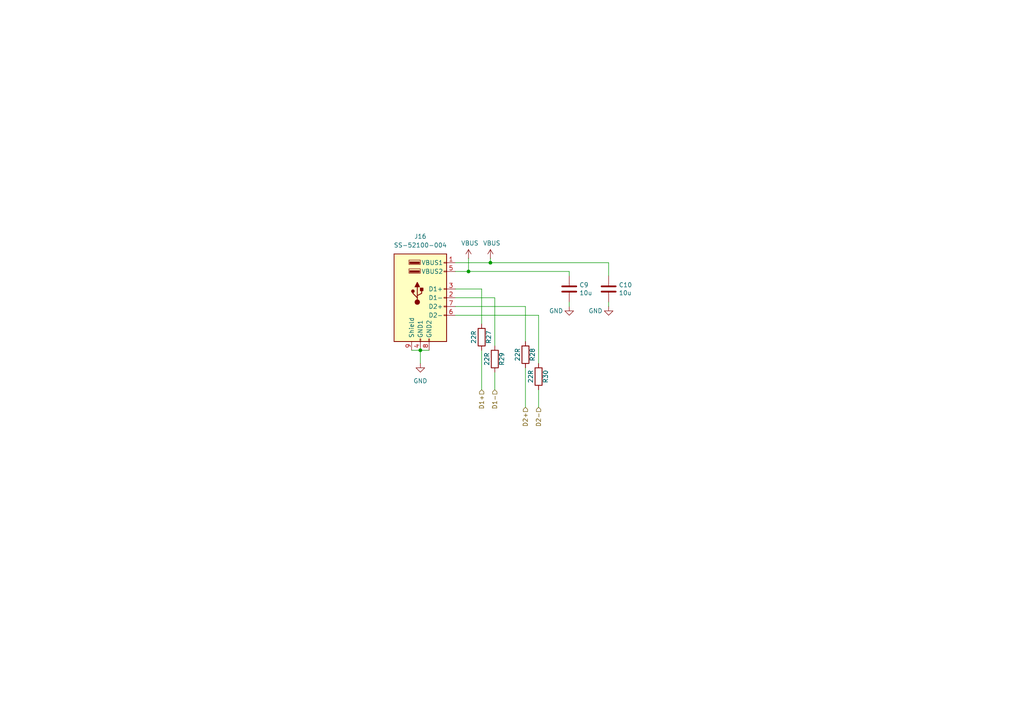
<source format=kicad_sch>
(kicad_sch (version 20250114) (generator "eeschema") (generator_version "9.0")
  (paper "A4")
  (title_block (title "TurboFRANK") (date "2025-04-04") (rev "1.05") (company "Mikhail Matveev") (comment 1 "https://github.com/xtremespb/frank"))
  (lib_symbols
    (symbol "Connector:USB_A_Stacked" (pin_names (offset 1.016))
      (property "Reference" "J" (at 0 15.875 0))
      (property "Value" "USB_A_Stacked" (at 0 13.97 0))
      (symbol "USB_A_Stacked_0_1"
        (rectangle (start -7.62 12.7) (end 7.62 -12.7) (stroke (width 0.254)) (fill (type background)))
        (circle (center -2.159 1.905) (radius 0.381) (stroke (width 0.254)) (fill (type outline)))
        (polyline (pts (xy -1.524 3.175) (xy -0.254 3.175) (xy -0.889 4.445) (xy -1.524 3.175)) (stroke (width 0.254)) (fill (type outline)))
        (polyline (pts (xy -0.889 0) (xy -0.889 0.635) (xy 0.381 1.27) (xy 0.381 2.54)) (stroke (width 0.254)))
        (polyline (pts (xy -0.889 -0.635) (xy -0.889 0) (xy -2.159 1.27) (xy -2.159 1.905)) (stroke (width 0.254)))
        (circle (center -0.889 -1.27) (radius 0.635) (stroke (width 0.254)) (fill (type outline)))
        (rectangle (start -0.254 9.906) (end -3.048 10.414) (fill (type outline)))
        (rectangle (start -0.254 7.366) (end -3.048 7.874) (fill (type outline)))
        (rectangle (start -0.127 -12.7) (end 0.127 -11.938))
        (rectangle (start 0 9.652) (end -3.302 10.922))
        (rectangle (start 0 7.112) (end -3.302 8.382))
        (rectangle (start 0 2.794) (end 0.762 2.032) (stroke (width 0.254)) (fill (type outline)))
        (rectangle (start 2.413 -12.7) (end 2.667 -11.938))
        (rectangle (start 7.62 10.033) (end 6.858 10.287))
        (rectangle (start 7.62 7.493) (end 6.858 7.747))
        (rectangle (start 7.62 2.413) (end 6.858 2.667))
        (rectangle (start 7.62 -0.127) (end 6.858 0.127))
        (rectangle (start 7.62 -2.667) (end 6.858 -2.413))
        (rectangle (start 7.62 -5.207) (end 6.858 -4.953))
      )
      (symbol "USB_A_Stacked_1_1"
        (polyline (pts (xy -0.889 0.635) (xy -0.889 3.175)) (stroke (width 0.254)))
        (pin passive line (at -2.54 -15.24 90) (length 2.54) (name "Shield") (number "9"))
        (pin power_in line (at 0 -15.24 90) (length 2.54) (name "GND1") (number "4"))
        (pin power_in line (at 2.54 -15.24 90) (length 2.54) (name "GND2") (number "8"))
        (pin power_in line (at 10.16 10.16 180) (length 2.54) (name "VBUS1") (number "1"))
        (pin power_in line (at 10.16 7.62 180) (length 2.54) (name "VBUS2") (number "5"))
        (pin bidirectional line (at 10.16 2.54 180) (length 2.54) (name "D1+") (number "3"))
        (pin bidirectional line (at 10.16 0 180) (length 2.54) (name "D1-") (number "2"))
        (pin bidirectional line (at 10.16 -2.54 180) (length 2.54) (name "D2+") (number "7"))
        (pin bidirectional line (at 10.16 -5.08 180) (length 2.54) (name "D2-") (number "6"))
      )
    )
    (symbol "Device:C" (pin_numbers (hide yes)) (pin_names (offset 0.254))
      (property "Reference" "C" (at 0.635 2.54 0))
      (property "Value" "C" (at 0.635 -2.54 0))
      (symbol "C_0_1"
        (polyline (pts (xy -2.032 0.762) (xy 2.032 0.762)) (stroke (width 0.508)))
        (polyline (pts (xy -2.032 -0.762) (xy 2.032 -0.762)) (stroke (width 0.508)))
      )
      (symbol "C_1_1"
        (pin passive line (at 0 3.81 270) (length 2.794) (name "~") (number "1"))
        (pin passive line (at 0 -3.81 90) (length 2.794) (name "~") (number "2"))
      )
    )
    (symbol "Device:R" (pin_numbers (hide yes)) (pin_names (offset 0))
      (property "Reference" "R" (at 2.032 0 90))
      (property "Value" "R" (at 0 0 90))
      (symbol "R_0_1"
        (rectangle (start -1.016 -2.54) (end 1.016 2.54) (stroke (width 0.254)))
      )
      (symbol "R_1_1"
        (pin passive line (at 0 3.81 270) (length 1.27) (name "~") (number "1"))
        (pin passive line (at 0 -3.81 90) (length 1.27) (name "~") (number "2"))
      )
    )
    (symbol "GND_1" (power) (pin_numbers (hide yes)) (pin_names (offset 0) (hide yes))
      (property "Value" "GND" (at 0 -3.81 0))
      (symbol "GND_1_0_1"
        (polyline (pts (xy 0 0) (xy 0 -1.27) (xy 1.27 -1.27) (xy 0 -2.54) (xy -1.27 -1.27) (xy 0 -1.27)))
      )
      (symbol "GND_1_1_1"
        (pin power_in line (at 0 0 270) (length 0) (name "~") (number "1"))
      )
    )
    (symbol "GND_2" (power) (pin_numbers (hide yes)) (pin_names (offset 0) (hide yes))
      (property "Value" "GND" (at 0 -3.81 0))
      (symbol "GND_2_0_1"
        (polyline (pts (xy 0 0) (xy 0 -1.27) (xy 1.27 -1.27) (xy 0 -2.54) (xy -1.27 -1.27) (xy 0 -1.27)))
      )
      (symbol "GND_2_1_1"
        (pin power_in line (at 0 0 270) (length 0) (name "~") (number "1"))
      )
    )
    (symbol "VBUS_1" (power) (pin_numbers (hide yes)) (pin_names (offset 0) (hide yes))
      (property "Value" "VBUS" (at 0 3.556 0))
      (symbol "VBUS_1_0_1"
        (polyline (pts (xy -0.762 1.27) (xy 0 2.54)))
        (polyline (pts (xy 0 2.54) (xy 0.762 1.27)))
        (polyline (pts (xy 0 0) (xy 0 2.54)))
      )
      (symbol "VBUS_1_1_1"
        (pin power_in line (at 0 0 90) (length 0) (name "~") (number "1"))
      )
    )
    (symbol "power:GND" (power) (pin_numbers (hide yes)) (pin_names (offset 0) (hide yes))
      (property "Value" "GND" (at 0 -3.81 0))
      (symbol "GND_0_1"
        (polyline (pts (xy 0 0) (xy 0 -1.27) (xy 1.27 -1.27) (xy 0 -2.54) (xy -1.27 -1.27) (xy 0 -1.27)))
      )
      (symbol "GND_1_1"
        (pin power_in line (at 0 0 270) (length 0) (name "~") (number "1"))
      )
    )
    (symbol "power:VBUS" (power) (pin_numbers (hide yes)) (pin_names (offset 0) (hide yes))
      (property "Value" "VBUS" (at 0 3.556 0))
      (symbol "VBUS_0_1"
        (polyline (pts (xy -0.762 1.27) (xy 0 2.54)))
        (polyline (pts (xy 0 2.54) (xy 0.762 1.27)))
        (polyline (pts (xy 0 0) (xy 0 2.54)))
      )
      (symbol "VBUS_1_1"
        (pin power_in line (at 0 0 90) (length 0) (name "~") (number "1"))
      )
    )
  )
  (junction (at 142.24 76.2))
  (junction (at 135.89 78.74))
  (junction (at 121.92 101.6))
  (wire (pts (xy 142.24 74.93) (xy 142.24 76.2)))
  (wire (pts (xy 139.7 83.82) (xy 139.7 93.98)))
  (wire (pts (xy 132.08 91.44) (xy 156.21 91.44)))
  (wire (pts (xy 132.08 88.9) (xy 152.4 88.9)))
  (wire (pts (xy 135.89 78.74) (xy 165.1 78.74)))
  (wire (pts (xy 139.7 101.6) (xy 139.7 113.03)))
  (wire (pts (xy 165.1 87.63) (xy 165.1 88.9)))
  (wire (pts (xy 156.21 91.44) (xy 156.21 105.41)))
  (wire (pts (xy 176.53 87.63) (xy 176.53 88.9)))
  (wire (pts (xy 119.38 101.6) (xy 121.92 101.6)))
  (wire (pts (xy 143.51 86.36) (xy 143.51 100.33)))
  (wire (pts (xy 152.4 106.68) (xy 152.4 118.11)))
  (wire (pts (xy 165.1 78.74) (xy 165.1 80.01)))
  (wire (pts (xy 121.92 101.6) (xy 121.92 105.41)))
  (wire (pts (xy 132.08 86.36) (xy 143.51 86.36)))
  (wire (pts (xy 176.53 80.01) (xy 176.53 76.2)))
  (wire (pts (xy 156.21 113.03) (xy 156.21 118.11)))
  (wire (pts (xy 121.92 101.6) (xy 124.46 101.6)))
  (wire (pts (xy 135.89 74.93) (xy 135.89 78.74)))
  (wire (pts (xy 142.24 76.2) (xy 176.53 76.2)))
  (wire (pts (xy 132.08 78.74) (xy 135.89 78.74)))
  (wire (pts (xy 143.51 107.95) (xy 143.51 113.03)))
  (wire (pts (xy 132.08 76.2) (xy 142.24 76.2)))
  (wire (pts (xy 132.08 83.82) (xy 139.7 83.82)))
  (wire (pts (xy 152.4 88.9) (xy 152.4 99.06)))
  (hierarchical_label "D2+" (shape input) (at 152.4 118.11 270))
  (hierarchical_label "D1-" (shape input) (at 143.51 113.03 270))
  (hierarchical_label "D1+" (shape input) (at 139.7 113.03 270))
  (hierarchical_label "D2-" (shape input) (at 156.21 118.11 270))
  (symbol (lib_id "Connector:USB_A_Stacked") (at 121.92 86.36 0) (unit 1)
    (property "Reference" "J16" (at 121.92 68.58 0))
    (property "Value" "SS-52100-004" (at 121.92 71.12 0))
    (property "Footprint" "FRANK:USB Type A (stacked)" (effects (hide yes)))
    (property "Datasheet" "https://www.belfuse.com/resources/datasheets/stewartconnector/ds-stw-usb-2.0-and-3.0-connectors.pdf" (effects (hide yes)))
    (property "Description" "USB Type A connector, stacked" (effects (hide yes)))
    (property "AliExpress" "https://www.aliexpress.com/item/1005007077769791.html" (effects (hide yes)))
  )
  (symbol (lib_id "Device:C") (at 165.1 83.82 0) (unit 1)
    (property "Reference" "C9" (at 168.021 82.6516 0) (effects (justify left)))
    (property "Value" "10u" (at 168.021 84.963 0) (effects (justify left)))
    (property "Footprint" "FRANK:Capacitor (0805)" (effects (hide yes)))
    (property "Datasheet" "https://eu.mouser.com/datasheet/2/447/KEM_C1075_X7R_HT_SMD-3316221.pdf" (effects (hide yes)))
    (property "AliExpress" "https://www.aliexpress.com/item/33008008276.html" (effects (hide yes)))
  )
  (symbol (lib_id "Device:R") (at 143.51 104.14 0) (mirror x) (unit 1)
    (property "Reference" "R29" (at 145.542 104.14 90))
    (property "Value" "22R" (at 141.224 104.14 90))
    (property "Footprint" "FRANK:Resistor (0805)" (effects (hide yes)))
    (property "Datasheet" "https://www.vishay.com/docs/28952/mcs0402at-mct0603at-mcu0805at-mca1206at.pdf" (effects (hide yes)))
    (property "AliExpress" "https://www.aliexpress.com/item/1005005945735199.html" (effects (hide yes)))
  )
  (symbol (lib_id "Device:C") (at 176.53 83.82 0) (unit 1)
    (property "Reference" "C10" (at 179.451 82.6516 0) (effects (justify left)))
    (property "Value" "10u" (at 179.451 84.963 0) (effects (justify left)))
    (property "Footprint" "FRANK:Capacitor (0805)" (effects (hide yes)))
    (property "Datasheet" "https://eu.mouser.com/datasheet/2/447/KEM_C1075_X7R_HT_SMD-3316221.pdf" (effects (hide yes)))
    (property "AliExpress" "https://www.aliexpress.com/item/33008008276.html" (effects (hide yes)))
  )
  (symbol (lib_name "VBUS_1") (lib_id "power:VBUS") (at 135.89 74.93 0) (unit 1)
    (property "Reference" "#PWR063" (effects (hide yes)))
    (property "Value" "VBUS" (at 136.271 70.5358 0))
    (property "Description" "Power symbol creates a global label with name \"VBUS\"" (effects (hide yes)))
  )
  (symbol (lib_id "power:GND") (at 165.1 88.9 0) (unit 1)
    (property "Reference" "#PWR065" (effects (hide yes)))
    (property "Value" "GND" (at 161.29 90.17 0))
    (property "Description" "Power symbol creates a global label with name \"GND\" , ground" (effects (hide yes)))
  )
  (symbol (lib_id "Device:R") (at 152.4 102.87 0) (mirror x) (unit 1)
    (property "Reference" "R28" (at 154.432 102.87 90))
    (property "Value" "22R" (at 150.114 102.87 90))
    (property "Footprint" "FRANK:Resistor (0805)" (effects (hide yes)))
    (property "Datasheet" "https://www.vishay.com/docs/28952/mcs0402at-mct0603at-mcu0805at-mca1206at.pdf" (effects (hide yes)))
    (property "AliExpress" "https://www.aliexpress.com/item/1005005945735199.html" (effects (hide yes)))
  )
  (symbol (lib_name "GND_2") (lib_id "power:GND") (at 176.53 88.9 0) (unit 1)
    (property "Reference" "#PWR066" (effects (hide yes)))
    (property "Value" "GND" (at 172.72 90.17 0))
    (property "Description" "Power symbol creates a global label with name \"GND\" , ground" (effects (hide yes)))
  )
  (symbol (lib_id "Device:R") (at 139.7 97.79 0) (mirror x) (unit 1)
    (property "Reference" "R27" (at 141.732 97.79 90))
    (property "Value" "22R" (at 137.414 97.79 90))
    (property "Footprint" "FRANK:Resistor (0805)" (effects (hide yes)))
    (property "Datasheet" "https://www.vishay.com/docs/28952/mcs0402at-mct0603at-mcu0805at-mca1206at.pdf" (effects (hide yes)))
    (property "AliExpress" "https://www.aliexpress.com/item/1005005945735199.html" (effects (hide yes)))
  )
  (symbol (lib_id "power:VBUS") (at 142.24 74.93 0) (unit 1)
    (property "Reference" "#PWR064" (effects (hide yes)))
    (property "Value" "VBUS" (at 142.621 70.5358 0))
    (property "Description" "Power symbol creates a global label with name \"VBUS\"" (effects (hide yes)))
  )
  (symbol (lib_name "GND_1") (lib_id "power:GND") (at 121.92 105.41 0) (unit 1)
    (property "Reference" "#PWR067" (effects (hide yes)))
    (property "Value" "GND" (at 121.92 110.49 0))
    (property "Description" "Power symbol creates a global label with name \"GND\" , ground" (effects (hide yes)))
  )
  (symbol (lib_id "Device:R") (at 156.21 109.22 0) (mirror x) (unit 1)
    (property "Reference" "R30" (at 158.242 109.22 90))
    (property "Value" "22R" (at 153.924 109.22 90))
    (property "Footprint" "FRANK:Resistor (0805)" (effects (hide yes)))
    (property "Datasheet" "https://www.vishay.com/docs/28952/mcs0402at-mct0603at-mcu0805at-mca1206at.pdf" (effects (hide yes)))
    (property "AliExpress" "https://www.aliexpress.com/item/1005005945735199.html" (effects (hide yes)))
  )
)
</source>
